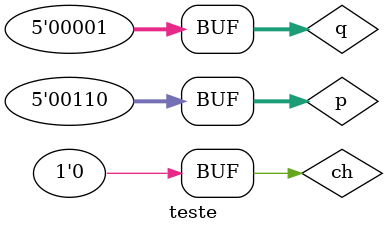
<source format=v>


module halfadder(cout,s,p,q);

	output s,cout;
	input p,q;
	 
	xor(s,p,q);
	and(cout,p,q);
	
endmodule
	

module fulladder(cout, s0, p0, q0, cin);
	output cout, s0;
	input p0, q0, cin;
	wire c0,c1,c2; 
	
	xor xor1(c0, p0, q0);
	and and1(c1, p0, q0);
	
	xor xor2(s0, c0, cin);
	and and2(c2, c0, cin);
	
	or or1(cout, c1, c2);
	
endmodule //fulladder

// ---------------------
// -- adder
// ---------------------

module adder(flags,s,ch,p,q);
	output [5:0] s;
	output [1:0] flags;
	input [4:0] p , q;
	input ch;
	wire c1, c3, c5, c7, c9, c11, x1, x2, x3, x4, x5; 
	
	
	xor xor1(x1,ch,q[0]);
	xor xor2(x2,ch,q[1]);
	xor xor3(x3,ch,q[2]);
	xor xor4(x4,ch,q[3]);
	xor xor5(x5,ch,q[4]);
	
	fulladder f1(c1, s[0], p[0], x1, ch);
	fulladder f2(c3, s[1], p[1], x2, c1);
	fulladder f3(c5, s[2], p[2], x3, c3);
	fulladder f4(c7, s[3], p[3], x4, c5);
	fulladder f5(c11, s[4],p[4], x5, c7);
	xor xor6(s[5],c11,ch);
	
	not not1(c9,c7);
	and and1(flags[1], c9, s[5]);
	
	nor nor1 (flags[0],s[5], s[4],s[3],s[2],s[1],s[0]);
	
endmodule //adder

// ---------------------
// -- comparador
// ---------------------

module comparador(maior, menor, dif, igual, p, q);

	output maior, menor, dif, igual;
	input [4:0] p , q;
	
	wire a1,a2,a3,a4,a5,a6,a7,a8,a9,a10,a11,a12,a13,a14,a15,a16,a17,o1,o2,o3,o4,o5;
	
	and and1(a1, ~p[0], q[0]);
	and and2(a2, p[0], ~q[0]);
	and and3(a3, ~p[1], q[1]);
	and and4(a4, p[1], ~q[1]);
	and and5(a5, ~p[2], q[2]);
	and and6(a6, p[2], ~q[2]);
	and and7(a7, ~p[3], q[3]);
	and and8(a8, p[3], ~q[3]);
	and and9(a9, ~p[4], q[4]);
	and and10(a10,p[4],~q[4]);
	
	nor nor1(o1,a1,a2);
	nor nor2(o2,a3,a4);
	nor nor3(o3,a5,a6);
	nor nor4(o4,a7,a8);
	nor nor5(o5,a9,a10);
	
	and and11(a10,a3,o1);
	and and12(a11,a4,o1);
	and and13(a12,a5,o1,o2);
	and and14(a13,a6,o1,o2);
	and and15(a14,a7,o1,o2,o3);
	and and16(a15,a8,o1,o2,o3);
	and and17(a16,a9,o1,o2,o3,o4);
	and and18(a17,a10,o1,o2,o3,o4);
	and and19(igual,o1,o2,o3,o4,o5);
	
	not(dif, ~igual);      
		
	or or10(menor,a1,a10,a12,a14,a16); 
	or or11(maior,a2,a11,a13,a15,a17);
	
endmodule //comparador

// ---------------------
// -- Incremento de 1
// ---------------------
module incremento1(s,q);

	input[4:0]q;
	output [5:0]s;
	wire hf1, hf2, hf3,hf4;
	
	halfadder halfadder1(hf1,s[0],q[0],1);
	halfadder halfadder2(hf2,s[1],q[1],hf1);
	halfadder halfadder3(hf3,s[2],q[2],hf2);
	halfadder halfadder4(hf4,s[3],q[3],hf3);
	halfadder halfadder5(s[5],s[4],q[4],hf4);
	
endmodule

// ---------------------
// -- Complemento de 1
// ---------------------
module complemento1(s,q);

	input [4:0]q;
	output [4:0]s;
	
	not not1(s[0], q[0]);
	not not2(s[1], q[1]);
	not not3(s[2], q[2]);
	not not4(s[3], q[3]);
	not not5(s[4], q[4]);

endmodule

// ---------------------
// -- Complemento de 2
// ---------------------
module complemento2(s,q);

	input[4:0]q;
	output [5:0]s;
	wire [4:0]c1;
	
	complemento1 complemento11(c1,q);
	incremento1 incremento11(s,c1);
		
endmodule
	
	
// ---------------------
// -- teste
// ---------------------
module teste;

	wire[5:0] s,c2,i1;
	wire[4:0] c1;
	wire[1:0] f;
	wire maior,menor,dif,igual;
	reg[4:0] p,q;
	reg ch;
	
	adder A1(f,s,ch, p, q);
	comparador compador1(maior, menor, dif, igual,p,q);
	complemento1 compl1(c1,q);
	incremento1 incr1(i1,q);
	complemento2 compl2(c2,q);

	
	
	initial begin
		
		$display("Thaise Souto Martins - 395504");
      $display("ALU - 5bits");
		$display("ch  A       B  =     S    M m D I O Z   Complemento1  Complemento2   Incremento1");
		$monitor("%b %5b  %5b =  %6b  %b %b %b %b %b %b     %5b         %6b         %6b", ch, p, q, s,  maior,menor,dif,igual,f[1],f[0],c1,c2,i1);
		#1 ch=1; p=0; q=1; 
		#1 ch=0; p=1; q=1; 
		#1 ch=1; p=2; q=1;
		#1 ch=1; p=2; q=0; 
		#1 ch=0; p=3; q=1; 
		#1 ch=1; p=3; q=2;
		#1 ch=1; p=3; q=3; 
		#1 ch=0; p=4; q=1; 
		#1 ch=1; p=4; q=2;
		#1 ch=1; p=4; q=3; 
		#1 ch=0; p=4; q=4; 
		#1 ch=1; p=5; q=1;
		#1 ch=1; p=5; q=2;
		#1 ch=0; p=5; q=3;
		#1 ch=1; p=5; q=4;
		#1 ch=1; p=5; q=5;
		#1 ch=0; p=6; q=1; 
	end
	
endmodule //teste
	
</source>
